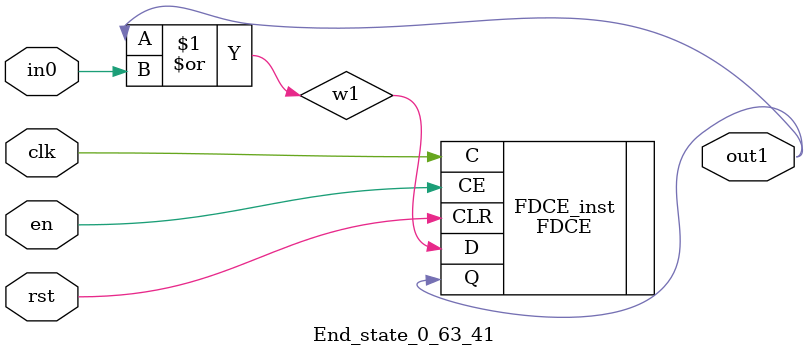
<source format=v>
module engine_0_63(out,clk,sod,en, in_121, in_3, in_4, in_5, in_6, in_8, in_12, in_14, in_15, in_16, in_17, in_19, in_22, in_29, in_30, in_38, in_41, in_42, in_43);
//pcre: /\x2EgetElementsByTagName\x28[^\x29]+?\x2EremoveNode\x28true\x29/smi
//block char: [^\x29][2], N[0], O[0], L[0], G[0], S[0], \x2E[8], v[0], a[0], r[0], e[0], d[0], y[0], u[0], t[0], B[0], M[0], \x28[8], \x29[8], 

	input clk,sod,en;

	input in_121, in_3, in_4, in_5, in_6, in_8, in_12, in_14, in_15, in_16, in_17, in_19, in_22, in_29, in_30, in_38, in_41, in_42, in_43;
	output out;

	assign w0 = 1'b1;
	state_0_63_1 BlockState_0_63_1 (w1,in_12,clk,en,sod,w0);
	state_0_63_2 BlockState_0_63_2 (w2,in_6,clk,en,sod,w1);
	state_0_63_3 BlockState_0_63_3 (w3,in_17,clk,en,sod,w2);
	state_0_63_4 BlockState_0_63_4 (w4,in_30,clk,en,sod,w3);
	state_0_63_5 BlockState_0_63_5 (w5,in_17,clk,en,sod,w4);
	state_0_63_6 BlockState_0_63_6 (w6,in_5,clk,en,sod,w5);
	state_0_63_7 BlockState_0_63_7 (w7,in_17,clk,en,sod,w6);
	state_0_63_8 BlockState_0_63_8 (w8,in_41,clk,en,sod,w7);
	state_0_63_9 BlockState_0_63_9 (w9,in_17,clk,en,sod,w8);
	state_0_63_10 BlockState_0_63_10 (w10,in_3,clk,en,sod,w9);
	state_0_63_11 BlockState_0_63_11 (w11,in_30,clk,en,sod,w10);
	state_0_63_12 BlockState_0_63_12 (w12,in_8,clk,en,sod,w11);
	state_0_63_13 BlockState_0_63_13 (w13,in_38,clk,en,sod,w12);
	state_0_63_14 BlockState_0_63_14 (w14,in_22,clk,en,sod,w13);
	state_0_63_15 BlockState_0_63_15 (w15,in_30,clk,en,sod,w14);
	state_0_63_16 BlockState_0_63_16 (w16,in_15,clk,en,sod,w15);
	state_0_63_17 BlockState_0_63_17 (w17,in_6,clk,en,sod,w16);
	state_0_63_18 BlockState_0_63_18 (w18,in_3,clk,en,sod,w17);
	state_0_63_19 BlockState_0_63_19 (w19,in_15,clk,en,sod,w18);
	state_0_63_20 BlockState_0_63_20 (w20,in_41,clk,en,sod,w19);
	state_0_63_21 BlockState_0_63_21 (w21,in_17,clk,en,sod,w20);
	state_0_63_22 BlockState_0_63_22 (w22,in_42,clk,en,sod,w21);
	state_0_63_23 BlockState_0_63_23 (w23,in_121,clk,en,sod,w23,w22);
	state_0_63_24 BlockState_0_63_24 (w24,in_12,clk,en,sod,w22,w23);
	state_0_63_25 BlockState_0_63_25 (w25,in_16,clk,en,sod,w24);
	state_0_63_26 BlockState_0_63_26 (w26,in_17,clk,en,sod,w25);
	state_0_63_27 BlockState_0_63_27 (w27,in_41,clk,en,sod,w26);
	state_0_63_28 BlockState_0_63_28 (w28,in_4,clk,en,sod,w27);
	state_0_63_29 BlockState_0_63_29 (w29,in_14,clk,en,sod,w28);
	state_0_63_30 BlockState_0_63_30 (w30,in_17,clk,en,sod,w29);
	state_0_63_31 BlockState_0_63_31 (w31,in_3,clk,en,sod,w30);
	state_0_63_32 BlockState_0_63_32 (w32,in_4,clk,en,sod,w31);
	state_0_63_33 BlockState_0_63_33 (w33,in_19,clk,en,sod,w32);
	state_0_63_34 BlockState_0_63_34 (w34,in_17,clk,en,sod,w33);
	state_0_63_35 BlockState_0_63_35 (w35,in_42,clk,en,sod,w34);
	state_0_63_36 BlockState_0_63_36 (w36,in_30,clk,en,sod,w35);
	state_0_63_37 BlockState_0_63_37 (w37,in_16,clk,en,sod,w36);
	state_0_63_38 BlockState_0_63_38 (w38,in_29,clk,en,sod,w37);
	state_0_63_39 BlockState_0_63_39 (w39,in_17,clk,en,sod,w38);
	state_0_63_40 BlockState_0_63_40 (w40,in_43,clk,en,sod,w39);
	End_state_0_63_41 BlockState_0_63_41 (out,clk,en,sod,w40);
endmodule

module state_0_63_1(out1,in_char,clk,en,rst,in0);
	input in_char,clk,en,rst,in0;
	output out1;
	wire w1,w2;
	assign w1 = in0; 
	and(w2,in_char,w1);
	FDCE #(.INIT(1'b0)) FDCE_inst (
		.Q(out1),
		.C(clk),
		.CE(en),
		.CLR(rst),
		.D(w2)
);
endmodule

module state_0_63_2(out1,in_char,clk,en,rst,in0);
	input in_char,clk,en,rst,in0;
	output out1;
	wire w1,w2;
	assign w1 = in0; 
	and(w2,in_char,w1);
	FDCE #(.INIT(1'b0)) FDCE_inst (
		.Q(out1),
		.C(clk),
		.CE(en),
		.CLR(rst),
		.D(w2)
);
endmodule

module state_0_63_3(out1,in_char,clk,en,rst,in0);
	input in_char,clk,en,rst,in0;
	output out1;
	wire w1,w2;
	assign w1 = in0; 
	and(w2,in_char,w1);
	FDCE #(.INIT(1'b0)) FDCE_inst (
		.Q(out1),
		.C(clk),
		.CE(en),
		.CLR(rst),
		.D(w2)
);
endmodule

module state_0_63_4(out1,in_char,clk,en,rst,in0);
	input in_char,clk,en,rst,in0;
	output out1;
	wire w1,w2;
	assign w1 = in0; 
	and(w2,in_char,w1);
	FDCE #(.INIT(1'b0)) FDCE_inst (
		.Q(out1),
		.C(clk),
		.CE(en),
		.CLR(rst),
		.D(w2)
);
endmodule

module state_0_63_5(out1,in_char,clk,en,rst,in0);
	input in_char,clk,en,rst,in0;
	output out1;
	wire w1,w2;
	assign w1 = in0; 
	and(w2,in_char,w1);
	FDCE #(.INIT(1'b0)) FDCE_inst (
		.Q(out1),
		.C(clk),
		.CE(en),
		.CLR(rst),
		.D(w2)
);
endmodule

module state_0_63_6(out1,in_char,clk,en,rst,in0);
	input in_char,clk,en,rst,in0;
	output out1;
	wire w1,w2;
	assign w1 = in0; 
	and(w2,in_char,w1);
	FDCE #(.INIT(1'b0)) FDCE_inst (
		.Q(out1),
		.C(clk),
		.CE(en),
		.CLR(rst),
		.D(w2)
);
endmodule

module state_0_63_7(out1,in_char,clk,en,rst,in0);
	input in_char,clk,en,rst,in0;
	output out1;
	wire w1,w2;
	assign w1 = in0; 
	and(w2,in_char,w1);
	FDCE #(.INIT(1'b0)) FDCE_inst (
		.Q(out1),
		.C(clk),
		.CE(en),
		.CLR(rst),
		.D(w2)
);
endmodule

module state_0_63_8(out1,in_char,clk,en,rst,in0);
	input in_char,clk,en,rst,in0;
	output out1;
	wire w1,w2;
	assign w1 = in0; 
	and(w2,in_char,w1);
	FDCE #(.INIT(1'b0)) FDCE_inst (
		.Q(out1),
		.C(clk),
		.CE(en),
		.CLR(rst),
		.D(w2)
);
endmodule

module state_0_63_9(out1,in_char,clk,en,rst,in0);
	input in_char,clk,en,rst,in0;
	output out1;
	wire w1,w2;
	assign w1 = in0; 
	and(w2,in_char,w1);
	FDCE #(.INIT(1'b0)) FDCE_inst (
		.Q(out1),
		.C(clk),
		.CE(en),
		.CLR(rst),
		.D(w2)
);
endmodule

module state_0_63_10(out1,in_char,clk,en,rst,in0);
	input in_char,clk,en,rst,in0;
	output out1;
	wire w1,w2;
	assign w1 = in0; 
	and(w2,in_char,w1);
	FDCE #(.INIT(1'b0)) FDCE_inst (
		.Q(out1),
		.C(clk),
		.CE(en),
		.CLR(rst),
		.D(w2)
);
endmodule

module state_0_63_11(out1,in_char,clk,en,rst,in0);
	input in_char,clk,en,rst,in0;
	output out1;
	wire w1,w2;
	assign w1 = in0; 
	and(w2,in_char,w1);
	FDCE #(.INIT(1'b0)) FDCE_inst (
		.Q(out1),
		.C(clk),
		.CE(en),
		.CLR(rst),
		.D(w2)
);
endmodule

module state_0_63_12(out1,in_char,clk,en,rst,in0);
	input in_char,clk,en,rst,in0;
	output out1;
	wire w1,w2;
	assign w1 = in0; 
	and(w2,in_char,w1);
	FDCE #(.INIT(1'b0)) FDCE_inst (
		.Q(out1),
		.C(clk),
		.CE(en),
		.CLR(rst),
		.D(w2)
);
endmodule

module state_0_63_13(out1,in_char,clk,en,rst,in0);
	input in_char,clk,en,rst,in0;
	output out1;
	wire w1,w2;
	assign w1 = in0; 
	and(w2,in_char,w1);
	FDCE #(.INIT(1'b0)) FDCE_inst (
		.Q(out1),
		.C(clk),
		.CE(en),
		.CLR(rst),
		.D(w2)
);
endmodule

module state_0_63_14(out1,in_char,clk,en,rst,in0);
	input in_char,clk,en,rst,in0;
	output out1;
	wire w1,w2;
	assign w1 = in0; 
	and(w2,in_char,w1);
	FDCE #(.INIT(1'b0)) FDCE_inst (
		.Q(out1),
		.C(clk),
		.CE(en),
		.CLR(rst),
		.D(w2)
);
endmodule

module state_0_63_15(out1,in_char,clk,en,rst,in0);
	input in_char,clk,en,rst,in0;
	output out1;
	wire w1,w2;
	assign w1 = in0; 
	and(w2,in_char,w1);
	FDCE #(.INIT(1'b0)) FDCE_inst (
		.Q(out1),
		.C(clk),
		.CE(en),
		.CLR(rst),
		.D(w2)
);
endmodule

module state_0_63_16(out1,in_char,clk,en,rst,in0);
	input in_char,clk,en,rst,in0;
	output out1;
	wire w1,w2;
	assign w1 = in0; 
	and(w2,in_char,w1);
	FDCE #(.INIT(1'b0)) FDCE_inst (
		.Q(out1),
		.C(clk),
		.CE(en),
		.CLR(rst),
		.D(w2)
);
endmodule

module state_0_63_17(out1,in_char,clk,en,rst,in0);
	input in_char,clk,en,rst,in0;
	output out1;
	wire w1,w2;
	assign w1 = in0; 
	and(w2,in_char,w1);
	FDCE #(.INIT(1'b0)) FDCE_inst (
		.Q(out1),
		.C(clk),
		.CE(en),
		.CLR(rst),
		.D(w2)
);
endmodule

module state_0_63_18(out1,in_char,clk,en,rst,in0);
	input in_char,clk,en,rst,in0;
	output out1;
	wire w1,w2;
	assign w1 = in0; 
	and(w2,in_char,w1);
	FDCE #(.INIT(1'b0)) FDCE_inst (
		.Q(out1),
		.C(clk),
		.CE(en),
		.CLR(rst),
		.D(w2)
);
endmodule

module state_0_63_19(out1,in_char,clk,en,rst,in0);
	input in_char,clk,en,rst,in0;
	output out1;
	wire w1,w2;
	assign w1 = in0; 
	and(w2,in_char,w1);
	FDCE #(.INIT(1'b0)) FDCE_inst (
		.Q(out1),
		.C(clk),
		.CE(en),
		.CLR(rst),
		.D(w2)
);
endmodule

module state_0_63_20(out1,in_char,clk,en,rst,in0);
	input in_char,clk,en,rst,in0;
	output out1;
	wire w1,w2;
	assign w1 = in0; 
	and(w2,in_char,w1);
	FDCE #(.INIT(1'b0)) FDCE_inst (
		.Q(out1),
		.C(clk),
		.CE(en),
		.CLR(rst),
		.D(w2)
);
endmodule

module state_0_63_21(out1,in_char,clk,en,rst,in0);
	input in_char,clk,en,rst,in0;
	output out1;
	wire w1,w2;
	assign w1 = in0; 
	and(w2,in_char,w1);
	FDCE #(.INIT(1'b0)) FDCE_inst (
		.Q(out1),
		.C(clk),
		.CE(en),
		.CLR(rst),
		.D(w2)
);
endmodule

module state_0_63_22(out1,in_char,clk,en,rst,in0);
	input in_char,clk,en,rst,in0;
	output out1;
	wire w1,w2;
	assign w1 = in0; 
	and(w2,in_char,w1);
	FDCE #(.INIT(1'b0)) FDCE_inst (
		.Q(out1),
		.C(clk),
		.CE(en),
		.CLR(rst),
		.D(w2)
);
endmodule

module state_0_63_23(out1,in_char,clk,en,rst,in0,in1);
	input in_char,clk,en,rst,in0,in1;
	output out1;
	wire w1,w2;
	or(w1,in0,in1);
	and(w2,in_char,w1);
	FDCE #(.INIT(1'b0)) FDCE_inst (
		.Q(out1),
		.C(clk),
		.CE(en),
		.CLR(rst),
		.D(w2)
);
endmodule

module state_0_63_24(out1,in_char,clk,en,rst,in0,in1);
	input in_char,clk,en,rst,in0,in1;
	output out1;
	wire w1,w2;
	or(w1,in0,in1);
	and(w2,in_char,w1);
	FDCE #(.INIT(1'b0)) FDCE_inst (
		.Q(out1),
		.C(clk),
		.CE(en),
		.CLR(rst),
		.D(w2)
);
endmodule

module state_0_63_25(out1,in_char,clk,en,rst,in0);
	input in_char,clk,en,rst,in0;
	output out1;
	wire w1,w2;
	assign w1 = in0; 
	and(w2,in_char,w1);
	FDCE #(.INIT(1'b0)) FDCE_inst (
		.Q(out1),
		.C(clk),
		.CE(en),
		.CLR(rst),
		.D(w2)
);
endmodule

module state_0_63_26(out1,in_char,clk,en,rst,in0);
	input in_char,clk,en,rst,in0;
	output out1;
	wire w1,w2;
	assign w1 = in0; 
	and(w2,in_char,w1);
	FDCE #(.INIT(1'b0)) FDCE_inst (
		.Q(out1),
		.C(clk),
		.CE(en),
		.CLR(rst),
		.D(w2)
);
endmodule

module state_0_63_27(out1,in_char,clk,en,rst,in0);
	input in_char,clk,en,rst,in0;
	output out1;
	wire w1,w2;
	assign w1 = in0; 
	and(w2,in_char,w1);
	FDCE #(.INIT(1'b0)) FDCE_inst (
		.Q(out1),
		.C(clk),
		.CE(en),
		.CLR(rst),
		.D(w2)
);
endmodule

module state_0_63_28(out1,in_char,clk,en,rst,in0);
	input in_char,clk,en,rst,in0;
	output out1;
	wire w1,w2;
	assign w1 = in0; 
	and(w2,in_char,w1);
	FDCE #(.INIT(1'b0)) FDCE_inst (
		.Q(out1),
		.C(clk),
		.CE(en),
		.CLR(rst),
		.D(w2)
);
endmodule

module state_0_63_29(out1,in_char,clk,en,rst,in0);
	input in_char,clk,en,rst,in0;
	output out1;
	wire w1,w2;
	assign w1 = in0; 
	and(w2,in_char,w1);
	FDCE #(.INIT(1'b0)) FDCE_inst (
		.Q(out1),
		.C(clk),
		.CE(en),
		.CLR(rst),
		.D(w2)
);
endmodule

module state_0_63_30(out1,in_char,clk,en,rst,in0);
	input in_char,clk,en,rst,in0;
	output out1;
	wire w1,w2;
	assign w1 = in0; 
	and(w2,in_char,w1);
	FDCE #(.INIT(1'b0)) FDCE_inst (
		.Q(out1),
		.C(clk),
		.CE(en),
		.CLR(rst),
		.D(w2)
);
endmodule

module state_0_63_31(out1,in_char,clk,en,rst,in0);
	input in_char,clk,en,rst,in0;
	output out1;
	wire w1,w2;
	assign w1 = in0; 
	and(w2,in_char,w1);
	FDCE #(.INIT(1'b0)) FDCE_inst (
		.Q(out1),
		.C(clk),
		.CE(en),
		.CLR(rst),
		.D(w2)
);
endmodule

module state_0_63_32(out1,in_char,clk,en,rst,in0);
	input in_char,clk,en,rst,in0;
	output out1;
	wire w1,w2;
	assign w1 = in0; 
	and(w2,in_char,w1);
	FDCE #(.INIT(1'b0)) FDCE_inst (
		.Q(out1),
		.C(clk),
		.CE(en),
		.CLR(rst),
		.D(w2)
);
endmodule

module state_0_63_33(out1,in_char,clk,en,rst,in0);
	input in_char,clk,en,rst,in0;
	output out1;
	wire w1,w2;
	assign w1 = in0; 
	and(w2,in_char,w1);
	FDCE #(.INIT(1'b0)) FDCE_inst (
		.Q(out1),
		.C(clk),
		.CE(en),
		.CLR(rst),
		.D(w2)
);
endmodule

module state_0_63_34(out1,in_char,clk,en,rst,in0);
	input in_char,clk,en,rst,in0;
	output out1;
	wire w1,w2;
	assign w1 = in0; 
	and(w2,in_char,w1);
	FDCE #(.INIT(1'b0)) FDCE_inst (
		.Q(out1),
		.C(clk),
		.CE(en),
		.CLR(rst),
		.D(w2)
);
endmodule

module state_0_63_35(out1,in_char,clk,en,rst,in0);
	input in_char,clk,en,rst,in0;
	output out1;
	wire w1,w2;
	assign w1 = in0; 
	and(w2,in_char,w1);
	FDCE #(.INIT(1'b0)) FDCE_inst (
		.Q(out1),
		.C(clk),
		.CE(en),
		.CLR(rst),
		.D(w2)
);
endmodule

module state_0_63_36(out1,in_char,clk,en,rst,in0);
	input in_char,clk,en,rst,in0;
	output out1;
	wire w1,w2;
	assign w1 = in0; 
	and(w2,in_char,w1);
	FDCE #(.INIT(1'b0)) FDCE_inst (
		.Q(out1),
		.C(clk),
		.CE(en),
		.CLR(rst),
		.D(w2)
);
endmodule

module state_0_63_37(out1,in_char,clk,en,rst,in0);
	input in_char,clk,en,rst,in0;
	output out1;
	wire w1,w2;
	assign w1 = in0; 
	and(w2,in_char,w1);
	FDCE #(.INIT(1'b0)) FDCE_inst (
		.Q(out1),
		.C(clk),
		.CE(en),
		.CLR(rst),
		.D(w2)
);
endmodule

module state_0_63_38(out1,in_char,clk,en,rst,in0);
	input in_char,clk,en,rst,in0;
	output out1;
	wire w1,w2;
	assign w1 = in0; 
	and(w2,in_char,w1);
	FDCE #(.INIT(1'b0)) FDCE_inst (
		.Q(out1),
		.C(clk),
		.CE(en),
		.CLR(rst),
		.D(w2)
);
endmodule

module state_0_63_39(out1,in_char,clk,en,rst,in0);
	input in_char,clk,en,rst,in0;
	output out1;
	wire w1,w2;
	assign w1 = in0; 
	and(w2,in_char,w1);
	FDCE #(.INIT(1'b0)) FDCE_inst (
		.Q(out1),
		.C(clk),
		.CE(en),
		.CLR(rst),
		.D(w2)
);
endmodule

module state_0_63_40(out1,in_char,clk,en,rst,in0);
	input in_char,clk,en,rst,in0;
	output out1;
	wire w1,w2;
	assign w1 = in0; 
	and(w2,in_char,w1);
	FDCE #(.INIT(1'b0)) FDCE_inst (
		.Q(out1),
		.C(clk),
		.CE(en),
		.CLR(rst),
		.D(w2)
);
endmodule

module End_state_0_63_41(out1,clk,en,rst,in0);
	input clk,rst,en,in0;
	output out1;
	wire w1;
	or(w1,out1,in0);
	FDCE #(.INIT(1'b0)) FDCE_inst (
		.Q(out1),
		.C(clk),
		.CE(en),
		.CLR(rst),
		.D(w1)
);
endmodule


</source>
